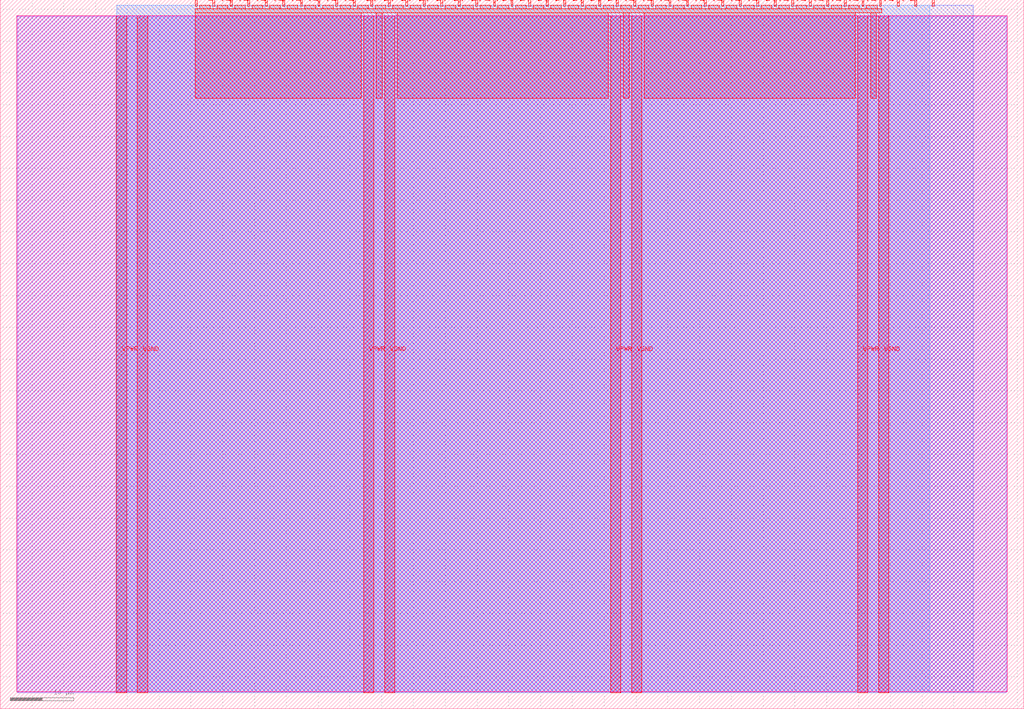
<source format=lef>
VERSION 5.7 ;
  NOWIREEXTENSIONATPIN ON ;
  DIVIDERCHAR "/" ;
  BUSBITCHARS "[]" ;
MACRO tt_um_wokwi_413407859783959553
  CLASS BLOCK ;
  FOREIGN tt_um_wokwi_413407859783959553 ;
  ORIGIN 0.000 0.000 ;
  SIZE 161.000 BY 111.520 ;
  PIN VGND
    DIRECTION INOUT ;
    USE GROUND ;
    PORT
      LAYER met4 ;
        RECT 21.580 2.480 23.180 109.040 ;
    END
    PORT
      LAYER met4 ;
        RECT 60.450 2.480 62.050 109.040 ;
    END
    PORT
      LAYER met4 ;
        RECT 99.320 2.480 100.920 109.040 ;
    END
    PORT
      LAYER met4 ;
        RECT 138.190 2.480 139.790 109.040 ;
    END
  END VGND
  PIN VPWR
    DIRECTION INOUT ;
    USE POWER ;
    PORT
      LAYER met4 ;
        RECT 18.280 2.480 19.880 109.040 ;
    END
    PORT
      LAYER met4 ;
        RECT 57.150 2.480 58.750 109.040 ;
    END
    PORT
      LAYER met4 ;
        RECT 96.020 2.480 97.620 109.040 ;
    END
    PORT
      LAYER met4 ;
        RECT 134.890 2.480 136.490 109.040 ;
    END
  END VPWR
  PIN clk
    DIRECTION INPUT ;
    USE SIGNAL ;
    PORT
      LAYER met4 ;
        RECT 143.830 110.520 144.130 111.520 ;
    END
  END clk
  PIN ena
    DIRECTION INPUT ;
    USE SIGNAL ;
    PORT
      LAYER met4 ;
        RECT 146.590 110.520 146.890 111.520 ;
    END
  END ena
  PIN rst_n
    DIRECTION INPUT ;
    USE SIGNAL ;
    PORT
      LAYER met4 ;
        RECT 141.070 110.520 141.370 111.520 ;
    END
  END rst_n
  PIN ui_in[0]
    DIRECTION INPUT ;
    USE SIGNAL ;
    ANTENNAGATEAREA 0.196500 ;
    PORT
      LAYER met4 ;
        RECT 138.310 110.520 138.610 111.520 ;
    END
  END ui_in[0]
  PIN ui_in[1]
    DIRECTION INPUT ;
    USE SIGNAL ;
    ANTENNAGATEAREA 0.126000 ;
    PORT
      LAYER met4 ;
        RECT 135.550 110.520 135.850 111.520 ;
    END
  END ui_in[1]
  PIN ui_in[2]
    DIRECTION INPUT ;
    USE SIGNAL ;
    ANTENNAGATEAREA 0.196500 ;
    PORT
      LAYER met4 ;
        RECT 132.790 110.520 133.090 111.520 ;
    END
  END ui_in[2]
  PIN ui_in[3]
    DIRECTION INPUT ;
    USE SIGNAL ;
    ANTENNAGATEAREA 0.196500 ;
    PORT
      LAYER met4 ;
        RECT 130.030 110.520 130.330 111.520 ;
    END
  END ui_in[3]
  PIN ui_in[4]
    DIRECTION INPUT ;
    USE SIGNAL ;
    ANTENNAGATEAREA 0.196500 ;
    PORT
      LAYER met4 ;
        RECT 127.270 110.520 127.570 111.520 ;
    END
  END ui_in[4]
  PIN ui_in[5]
    DIRECTION INPUT ;
    USE SIGNAL ;
    PORT
      LAYER met4 ;
        RECT 124.510 110.520 124.810 111.520 ;
    END
  END ui_in[5]
  PIN ui_in[6]
    DIRECTION INPUT ;
    USE SIGNAL ;
    PORT
      LAYER met4 ;
        RECT 121.750 110.520 122.050 111.520 ;
    END
  END ui_in[6]
  PIN ui_in[7]
    DIRECTION INPUT ;
    USE SIGNAL ;
    PORT
      LAYER met4 ;
        RECT 118.990 110.520 119.290 111.520 ;
    END
  END ui_in[7]
  PIN uio_in[0]
    DIRECTION INPUT ;
    USE SIGNAL ;
    PORT
      LAYER met4 ;
        RECT 116.230 110.520 116.530 111.520 ;
    END
  END uio_in[0]
  PIN uio_in[1]
    DIRECTION INPUT ;
    USE SIGNAL ;
    PORT
      LAYER met4 ;
        RECT 113.470 110.520 113.770 111.520 ;
    END
  END uio_in[1]
  PIN uio_in[2]
    DIRECTION INPUT ;
    USE SIGNAL ;
    PORT
      LAYER met4 ;
        RECT 110.710 110.520 111.010 111.520 ;
    END
  END uio_in[2]
  PIN uio_in[3]
    DIRECTION INPUT ;
    USE SIGNAL ;
    PORT
      LAYER met4 ;
        RECT 107.950 110.520 108.250 111.520 ;
    END
  END uio_in[3]
  PIN uio_in[4]
    DIRECTION INPUT ;
    USE SIGNAL ;
    PORT
      LAYER met4 ;
        RECT 105.190 110.520 105.490 111.520 ;
    END
  END uio_in[4]
  PIN uio_in[5]
    DIRECTION INPUT ;
    USE SIGNAL ;
    PORT
      LAYER met4 ;
        RECT 102.430 110.520 102.730 111.520 ;
    END
  END uio_in[5]
  PIN uio_in[6]
    DIRECTION INPUT ;
    USE SIGNAL ;
    PORT
      LAYER met4 ;
        RECT 99.670 110.520 99.970 111.520 ;
    END
  END uio_in[6]
  PIN uio_in[7]
    DIRECTION INPUT ;
    USE SIGNAL ;
    PORT
      LAYER met4 ;
        RECT 96.910 110.520 97.210 111.520 ;
    END
  END uio_in[7]
  PIN uio_oe[0]
    DIRECTION OUTPUT ;
    USE SIGNAL ;
    PORT
      LAYER met4 ;
        RECT 49.990 110.520 50.290 111.520 ;
    END
  END uio_oe[0]
  PIN uio_oe[1]
    DIRECTION OUTPUT ;
    USE SIGNAL ;
    PORT
      LAYER met4 ;
        RECT 47.230 110.520 47.530 111.520 ;
    END
  END uio_oe[1]
  PIN uio_oe[2]
    DIRECTION OUTPUT ;
    USE SIGNAL ;
    PORT
      LAYER met4 ;
        RECT 44.470 110.520 44.770 111.520 ;
    END
  END uio_oe[2]
  PIN uio_oe[3]
    DIRECTION OUTPUT ;
    USE SIGNAL ;
    PORT
      LAYER met4 ;
        RECT 41.710 110.520 42.010 111.520 ;
    END
  END uio_oe[3]
  PIN uio_oe[4]
    DIRECTION OUTPUT ;
    USE SIGNAL ;
    PORT
      LAYER met4 ;
        RECT 38.950 110.520 39.250 111.520 ;
    END
  END uio_oe[4]
  PIN uio_oe[5]
    DIRECTION OUTPUT ;
    USE SIGNAL ;
    PORT
      LAYER met4 ;
        RECT 36.190 110.520 36.490 111.520 ;
    END
  END uio_oe[5]
  PIN uio_oe[6]
    DIRECTION OUTPUT ;
    USE SIGNAL ;
    PORT
      LAYER met4 ;
        RECT 33.430 110.520 33.730 111.520 ;
    END
  END uio_oe[6]
  PIN uio_oe[7]
    DIRECTION OUTPUT ;
    USE SIGNAL ;
    PORT
      LAYER met4 ;
        RECT 30.670 110.520 30.970 111.520 ;
    END
  END uio_oe[7]
  PIN uio_out[0]
    DIRECTION OUTPUT ;
    USE SIGNAL ;
    PORT
      LAYER met4 ;
        RECT 72.070 110.520 72.370 111.520 ;
    END
  END uio_out[0]
  PIN uio_out[1]
    DIRECTION OUTPUT ;
    USE SIGNAL ;
    PORT
      LAYER met4 ;
        RECT 69.310 110.520 69.610 111.520 ;
    END
  END uio_out[1]
  PIN uio_out[2]
    DIRECTION OUTPUT ;
    USE SIGNAL ;
    PORT
      LAYER met4 ;
        RECT 66.550 110.520 66.850 111.520 ;
    END
  END uio_out[2]
  PIN uio_out[3]
    DIRECTION OUTPUT ;
    USE SIGNAL ;
    PORT
      LAYER met4 ;
        RECT 63.790 110.520 64.090 111.520 ;
    END
  END uio_out[3]
  PIN uio_out[4]
    DIRECTION OUTPUT ;
    USE SIGNAL ;
    PORT
      LAYER met4 ;
        RECT 61.030 110.520 61.330 111.520 ;
    END
  END uio_out[4]
  PIN uio_out[5]
    DIRECTION OUTPUT ;
    USE SIGNAL ;
    PORT
      LAYER met4 ;
        RECT 58.270 110.520 58.570 111.520 ;
    END
  END uio_out[5]
  PIN uio_out[6]
    DIRECTION OUTPUT ;
    USE SIGNAL ;
    PORT
      LAYER met4 ;
        RECT 55.510 110.520 55.810 111.520 ;
    END
  END uio_out[6]
  PIN uio_out[7]
    DIRECTION OUTPUT ;
    USE SIGNAL ;
    PORT
      LAYER met4 ;
        RECT 52.750 110.520 53.050 111.520 ;
    END
  END uio_out[7]
  PIN uo_out[0]
    DIRECTION OUTPUT ;
    USE SIGNAL ;
    ANTENNADIFFAREA 0.445500 ;
    PORT
      LAYER met4 ;
        RECT 94.150 110.520 94.450 111.520 ;
    END
  END uo_out[0]
  PIN uo_out[1]
    DIRECTION OUTPUT ;
    USE SIGNAL ;
    ANTENNADIFFAREA 0.445500 ;
    PORT
      LAYER met4 ;
        RECT 91.390 110.520 91.690 111.520 ;
    END
  END uo_out[1]
  PIN uo_out[2]
    DIRECTION OUTPUT ;
    USE SIGNAL ;
    PORT
      LAYER met4 ;
        RECT 88.630 110.520 88.930 111.520 ;
    END
  END uo_out[2]
  PIN uo_out[3]
    DIRECTION OUTPUT ;
    USE SIGNAL ;
    PORT
      LAYER met4 ;
        RECT 85.870 110.520 86.170 111.520 ;
    END
  END uo_out[3]
  PIN uo_out[4]
    DIRECTION OUTPUT ;
    USE SIGNAL ;
    PORT
      LAYER met4 ;
        RECT 83.110 110.520 83.410 111.520 ;
    END
  END uo_out[4]
  PIN uo_out[5]
    DIRECTION OUTPUT ;
    USE SIGNAL ;
    PORT
      LAYER met4 ;
        RECT 80.350 110.520 80.650 111.520 ;
    END
  END uo_out[5]
  PIN uo_out[6]
    DIRECTION OUTPUT ;
    USE SIGNAL ;
    PORT
      LAYER met4 ;
        RECT 77.590 110.520 77.890 111.520 ;
    END
  END uo_out[6]
  PIN uo_out[7]
    DIRECTION OUTPUT ;
    USE SIGNAL ;
    PORT
      LAYER met4 ;
        RECT 74.830 110.520 75.130 111.520 ;
    END
  END uo_out[7]
  OBS
      LAYER nwell ;
        RECT 2.570 2.635 158.430 108.990 ;
      LAYER li1 ;
        RECT 2.760 2.635 158.240 108.885 ;
      LAYER met1 ;
        RECT 2.760 2.480 158.240 109.040 ;
      LAYER met2 ;
        RECT 18.310 2.535 153.080 110.685 ;
      LAYER met3 ;
        RECT 18.290 2.555 146.215 110.665 ;
      LAYER met4 ;
        RECT 31.370 110.120 33.030 110.665 ;
        RECT 34.130 110.120 35.790 110.665 ;
        RECT 36.890 110.120 38.550 110.665 ;
        RECT 39.650 110.120 41.310 110.665 ;
        RECT 42.410 110.120 44.070 110.665 ;
        RECT 45.170 110.120 46.830 110.665 ;
        RECT 47.930 110.120 49.590 110.665 ;
        RECT 50.690 110.120 52.350 110.665 ;
        RECT 53.450 110.120 55.110 110.665 ;
        RECT 56.210 110.120 57.870 110.665 ;
        RECT 58.970 110.120 60.630 110.665 ;
        RECT 61.730 110.120 63.390 110.665 ;
        RECT 64.490 110.120 66.150 110.665 ;
        RECT 67.250 110.120 68.910 110.665 ;
        RECT 70.010 110.120 71.670 110.665 ;
        RECT 72.770 110.120 74.430 110.665 ;
        RECT 75.530 110.120 77.190 110.665 ;
        RECT 78.290 110.120 79.950 110.665 ;
        RECT 81.050 110.120 82.710 110.665 ;
        RECT 83.810 110.120 85.470 110.665 ;
        RECT 86.570 110.120 88.230 110.665 ;
        RECT 89.330 110.120 90.990 110.665 ;
        RECT 92.090 110.120 93.750 110.665 ;
        RECT 94.850 110.120 96.510 110.665 ;
        RECT 97.610 110.120 99.270 110.665 ;
        RECT 100.370 110.120 102.030 110.665 ;
        RECT 103.130 110.120 104.790 110.665 ;
        RECT 105.890 110.120 107.550 110.665 ;
        RECT 108.650 110.120 110.310 110.665 ;
        RECT 111.410 110.120 113.070 110.665 ;
        RECT 114.170 110.120 115.830 110.665 ;
        RECT 116.930 110.120 118.590 110.665 ;
        RECT 119.690 110.120 121.350 110.665 ;
        RECT 122.450 110.120 124.110 110.665 ;
        RECT 125.210 110.120 126.870 110.665 ;
        RECT 127.970 110.120 129.630 110.665 ;
        RECT 130.730 110.120 132.390 110.665 ;
        RECT 133.490 110.120 135.150 110.665 ;
        RECT 136.250 110.120 137.910 110.665 ;
        RECT 30.655 109.440 138.625 110.120 ;
        RECT 30.655 96.055 56.750 109.440 ;
        RECT 59.150 96.055 60.050 109.440 ;
        RECT 62.450 96.055 95.620 109.440 ;
        RECT 98.020 96.055 98.920 109.440 ;
        RECT 101.320 96.055 134.490 109.440 ;
        RECT 136.890 96.055 137.790 109.440 ;
  END
END tt_um_wokwi_413407859783959553
END LIBRARY


</source>
